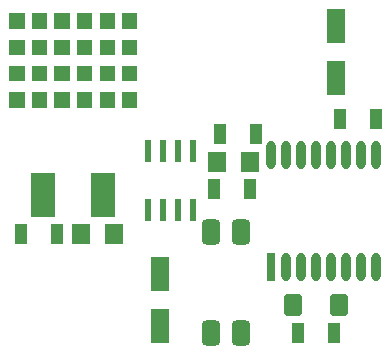
<source format=gtp>
G04*
G04 #@! TF.GenerationSoftware,Altium Limited,Altium Designer,22.5.1 (42)*
G04*
G04 Layer_Color=8421504*
%FSLAX25Y25*%
%MOIN*%
G70*
G04*
G04 #@! TF.SameCoordinates,0C7ABF94-C2AC-4CB0-9C94-541A5C69193A*
G04*
G04*
G04 #@! TF.FilePolarity,Positive*
G04*
G01*
G75*
%ADD19R,0.08189X0.15000*%
%ADD20R,0.02200X0.07800*%
%ADD21R,0.06299X0.11811*%
%ADD22R,0.06299X0.07087*%
G04:AMPARAMS|DCode=23|XSize=59.06mil|YSize=70.87mil|CornerRadius=7.38mil|HoleSize=0mil|Usage=FLASHONLY|Rotation=0.000|XOffset=0mil|YOffset=0mil|HoleType=Round|Shape=RoundedRectangle|*
%AMROUNDEDRECTD23*
21,1,0.05906,0.05610,0,0,0.0*
21,1,0.04429,0.07087,0,0,0.0*
1,1,0.01476,0.02215,-0.02805*
1,1,0.01476,-0.02215,-0.02805*
1,1,0.01476,-0.02215,0.02805*
1,1,0.01476,0.02215,0.02805*
%
%ADD23ROUNDEDRECTD23*%
%ADD24R,0.04173X0.07165*%
%ADD25O,0.03150X0.09449*%
%ADD26R,0.03150X0.09449*%
G04:AMPARAMS|DCode=27|XSize=83.86mil|YSize=61.81mil|CornerRadius=15.45mil|HoleSize=0mil|Usage=FLASHONLY|Rotation=270.000|XOffset=0mil|YOffset=0mil|HoleType=Round|Shape=RoundedRectangle|*
%AMROUNDEDRECTD27*
21,1,0.08386,0.03091,0,0,270.0*
21,1,0.05295,0.06181,0,0,270.0*
1,1,0.03091,-0.01545,-0.02648*
1,1,0.03091,-0.01545,0.02648*
1,1,0.03091,0.01545,0.02648*
1,1,0.03091,0.01545,-0.02648*
%
%ADD27ROUNDEDRECTD27*%
G36*
X22799Y89531D02*
X17681D01*
Y94689D01*
X22799D01*
Y89531D01*
D02*
G37*
G36*
X15280D02*
X10161D01*
Y94689D01*
X15280D01*
Y89531D01*
D02*
G37*
G36*
X7760D02*
X2642D01*
Y94689D01*
X7760D01*
Y89531D01*
D02*
G37*
G36*
X22799Y80752D02*
X17681D01*
Y85909D01*
X22799D01*
Y80752D01*
D02*
G37*
G36*
X15280D02*
X10161D01*
Y85909D01*
X15280D01*
Y80752D01*
D02*
G37*
G36*
X7760D02*
X2642D01*
Y85909D01*
X7760D01*
Y80752D01*
D02*
G37*
G36*
X22799Y107091D02*
X17681D01*
Y112248D01*
X22799D01*
Y107091D01*
D02*
G37*
G36*
X15280D02*
X10161D01*
Y112248D01*
X15280D01*
Y107091D01*
D02*
G37*
G36*
X7760D02*
X2642D01*
Y112248D01*
X7760D01*
Y107091D01*
D02*
G37*
G36*
X22799Y98311D02*
X17681D01*
Y103469D01*
X22799D01*
Y98311D01*
D02*
G37*
G36*
X15280D02*
X10161D01*
Y103469D01*
X15280D01*
Y98311D01*
D02*
G37*
G36*
X7760D02*
X2642D01*
Y103469D01*
X7760D01*
Y98311D01*
D02*
G37*
G36*
X45358Y89531D02*
X40240D01*
Y94689D01*
X45358D01*
Y89531D01*
D02*
G37*
G36*
X37839D02*
X32721D01*
Y94689D01*
X37839D01*
Y89531D01*
D02*
G37*
G36*
X30319D02*
X25201D01*
Y94689D01*
X30319D01*
Y89531D01*
D02*
G37*
G36*
X45358Y80752D02*
X40240D01*
Y85909D01*
X45358D01*
Y80752D01*
D02*
G37*
G36*
X37839D02*
X32721D01*
Y85909D01*
X37839D01*
Y80752D01*
D02*
G37*
G36*
X30319D02*
X25201D01*
Y85909D01*
X30319D01*
Y80752D01*
D02*
G37*
G36*
X45358Y107091D02*
X40240D01*
Y112248D01*
X45358D01*
Y107091D01*
D02*
G37*
G36*
X37839D02*
X32721D01*
Y112248D01*
X37839D01*
Y107091D01*
D02*
G37*
G36*
X30319D02*
X25201D01*
Y112248D01*
X30319D01*
Y107091D01*
D02*
G37*
G36*
X45358Y98311D02*
X40240D01*
Y103469D01*
X45358D01*
Y98311D01*
D02*
G37*
G36*
X37839D02*
X32721D01*
Y103469D01*
X37839D01*
Y98311D01*
D02*
G37*
G36*
X30319D02*
X25201D01*
Y103469D01*
X30319D01*
Y98311D01*
D02*
G37*
D19*
X14000Y51500D02*
D03*
X34000D02*
D03*
D20*
X63900Y66200D02*
D03*
X58900D02*
D03*
X53900D02*
D03*
X48900D02*
D03*
Y46800D02*
D03*
X53900D02*
D03*
X58900D02*
D03*
X63900D02*
D03*
D21*
X111500Y108000D02*
D03*
Y90677D02*
D03*
X52900Y25161D02*
D03*
Y7839D02*
D03*
D22*
X83012Y62500D02*
D03*
X71988D02*
D03*
X26488Y38500D02*
D03*
X37512D02*
D03*
D23*
X97223Y15000D02*
D03*
X112577D02*
D03*
D24*
X110916Y5500D02*
D03*
X98884D02*
D03*
X112884Y77000D02*
D03*
X124916D02*
D03*
X72884Y72000D02*
D03*
X84916D02*
D03*
X82916Y53500D02*
D03*
X70884D02*
D03*
X18516Y38500D02*
D03*
X6484D02*
D03*
D25*
X124900Y65000D02*
D03*
X119900D02*
D03*
X114900D02*
D03*
X109900D02*
D03*
X104900D02*
D03*
X99900D02*
D03*
X94900D02*
D03*
X89900D02*
D03*
X124900Y27717D02*
D03*
X119900D02*
D03*
X114900D02*
D03*
X109900D02*
D03*
X104900D02*
D03*
X99900D02*
D03*
X94900D02*
D03*
D26*
X89900D02*
D03*
D27*
X79900Y5610D02*
D03*
X69900D02*
D03*
Y39390D02*
D03*
X79900D02*
D03*
M02*

</source>
